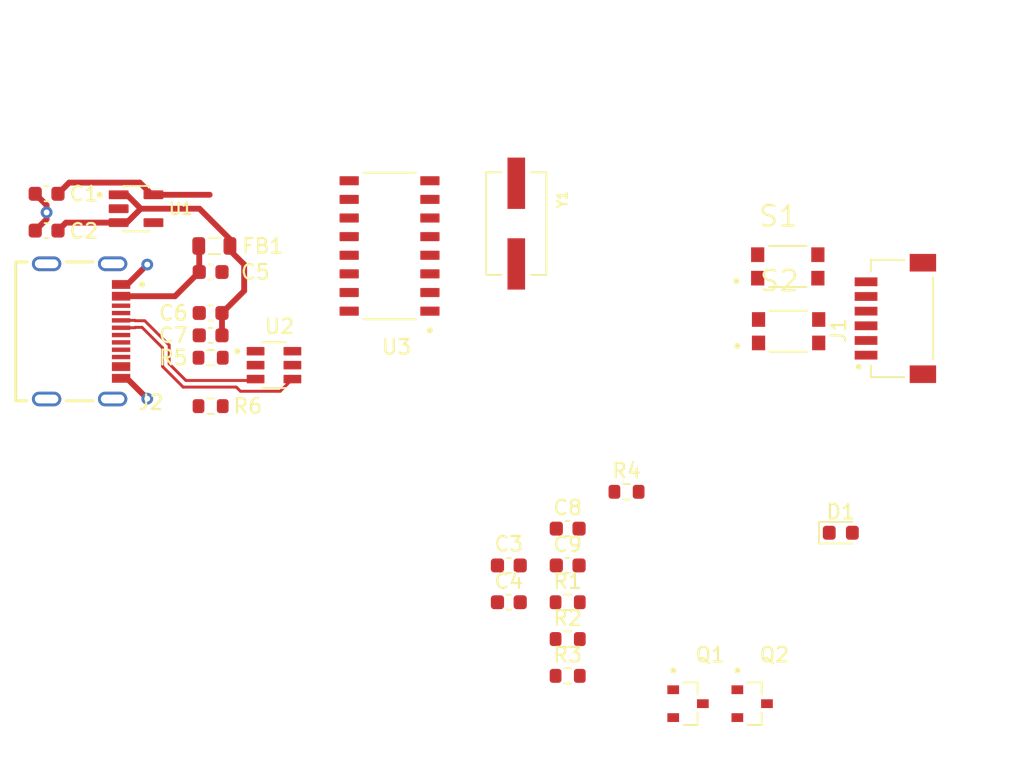
<source format=kicad_pcb>
(kicad_pcb (version 20221018) (generator pcbnew)
  (layers (0 "F.Cu" signal) (31 "B.Cu" signal) (34 "B.Paste" user) (35 "F.Paste" user) (36 "B.SilkS" user "B.Silkscreen") (37 "F.SilkS" user "F.Silkscreen") (38 "B.Mask" user) (39 "F.Mask" user) (44 "Edge.Cuts" user))
  (net 0 "")
  (net 1 "+3.3V")
  (net 2 "GND")
  (net 3 "VBUS")
  (net 4 "Net-(U3-XO)")
  (net 5 "Net-(U3-XI)")
  (net 6 "Net-(C5-Pad1)")
  (net 7 "BOOT")
  (net 8 "RST")
  (net 9 "Net-(D1-A)")
  (net 10 "Net-(J1-Pad1)")
  (net 11 "RX")
  (net 12 "TX")
  (net 13 "Net-(J1-SHIELD-PadS1)")
  (net 14 "Net-(J2-SHIELD-PadS1)")
  (net 16 "Net-(J2-CC2)")
  (net 17 "Net-(J2-CC1)")
  (net 19 "Net-(Q1-Pad1)")
  (net 20 "RTS")
  (net 21 "Net-(Q2-Pad1)")
  (net 22 "DTR")
  (net 28 "/USB_P")
  (net 29 "/USB_N")
  (footprint "SM06B-SRSS-TB_LF__SN_:JST_SM06B-SRSS-TB(LF)(SN)" (layer "F.Cu") (at 141.434 95.115 90)
    (fp_text reference "J1" (at -0.825 -1.875 90) (layer "F.SilkS"))
    (fp_text value "SM06B-SRSS-TB(LF)(SN)")
    (fp_line (start -4 0.325) (end -4 2.6) (stroke (width 0.127)) (layer "F.SilkS"))
    (fp_line (start -3.2 0.325) (end -4 0.325) (stroke (width 0.127)) (layer "F.SilkS"))
    (fp_line (start -2.8 4.575) (end 2.8 4.575) (stroke (width 0.127)) (layer "F.SilkS"))
    (fp_line (start 3.2 0.325) (end 4 0.325) (stroke (width 0.127)) (layer "F.SilkS"))
    (fp_line (start 4 0.325) (end 4 2.6) (stroke (width 0.127)) (layer "F.SilkS"))
    (fp_circle (center -3.3 -0.5) (end -3.2 -0.5) (stroke (width 0.2)) (fill none) (layer "F.SilkS"))
    (pad "1" smd rect (at -2.5 0 270) (size 0.6 1.55) (layers "F.Cu" "F.Paste" "F.Mask") (net 10 "Net-(J1-Pad1)"))
    (pad "2" smd rect (at -1.5 0 270) (size 0.6 1.55) (layers "F.Cu" "F.Paste" "F.Mask") (net 11 "RX"))
    (pad "3" smd rect (at -0.5 0 270) (size 0.6 1.55) (layers "F.Cu" "F.Paste" "F.Mask") (net 12 "TX"))
    (pad "4" smd rect (at 0.5 0 270) (size 0.6 1.55) (layers "F.Cu" "F.Paste" "F.Mask") (net 8 "RST"))
    (pad "5" smd rect (at 1.5 0 270) (size 0.6 1.55) (layers "F.Cu" "F.Paste" "F.Mask") (net 7 "BOOT"))
    (pad "6" smd rect (at 2.5 0 270) (size 0.6 1.55) (layers "F.Cu" "F.Paste" "F.Mask") (net 2 "GND"))
    (pad "S1" smd rect (at -3.8 3.875 90) (size 1.2 1.8) (layers "F.Cu" "F.Paste" "F.Mask") (net 13 "Net-(J1-SHIELD-PadS1)"))
    (pad "S2" smd rect (at 3.8 3.875 90) (size 1.2 1.8) (layers "F.Cu" "F.Paste" "F.Mask") (net 13 "Net-(J1-SHIELD-PadS1)"))
  )
  (footprint "SS8050-G:TRANS_SS8050-G" (layer "F.Cu") (at 129.304 121.379)
    (fp_text reference "Q1" (at 1.515 -3.335) (layer "F.SilkS"))
    (fp_text value "SS8050-G")
    (fp_line (start -0.29 -1.45) (end 0.65 -1.45) (stroke (width 0.127)) (layer "F.SilkS"))
    (fp_line (start 0.65 -0.62) (end 0.65 -1.45) (stroke (width 0.127)) (layer "F.SilkS"))
    (fp_line (start 0.65 1.45) (end -0.29 1.45) (stroke (width 0.127)) (layer "F.SilkS"))
    (fp_line (start 0.65 1.45) (end 0.65 0.62) (stroke (width 0.127)) (layer "F.SilkS"))
    (fp_circle (center -1.01 -2.25) (end -0.91 -2.25) (stroke (width 0.2)) (fill none) (layer "F.SilkS"))
    (pad "1" smd rect (at -1.01 -0.95) (size 0.8 0.6) (layers "F.Cu" "F.Paste" "F.Mask") (net 19 "Net-(Q1-Pad1)"))
    (pad "2" smd rect (at -1.01 0.95) (size 0.8 0.6) (layers "F.Cu" "F.Paste" "F.Mask") (net 20 "RTS"))
    (pad "3" smd rect (at 1.01 0) (size 0.8 0.6) (layers "F.Cu" "F.Paste" "F.Mask") (net 8 "RST"))
  )
  (footprint "TL6330AF200Q:SW_TL6330AF200Q" (layer "F.Cu") (at 136.1585 95.984)
    (fp_text reference "S2" (at -0.635 -3.429) (layer "F.SilkS") (effects (font (size 1.4 1.4))))
    (fp_text value "TL6330AF200Q")
    (fp_line (start -1.2865 -1.4) (end 1.2865 -1.4) (stroke (width 0.127)) (layer "F.SilkS"))
    (fp_line (start -1.2865 1.4) (end 1.2865 1.4) (stroke (width 0.127)) (layer "F.SilkS"))
    (fp_circle (center -3.5 1) (end -3.4 1) (stroke (width 0.2)) (fill none) (layer "F.SilkS"))
    (pad "1" smd rect (at -2.05 0.8) (size 0.9 1) (layers "F.Cu" "F.Paste" "F.Mask") (net 2 "GND"))
    (pad "2" smd rect (at 2.05 0.8) (size 0.9 1) (layers "F.Cu" "F.Paste" "F.Mask") (net 2 "GND"))
    (pad "3" smd rect (at -2.05 -0.8) (size 0.9 1) (layers "F.Cu" "F.Paste" "F.Mask") (net 8 "RST"))
    (pad "4" smd rect (at 2.05 -0.8) (size 0.9 1) (layers "F.Cu" "F.Paste" "F.Mask") (net 8 "RST"))
  )
  (footprint "Resistor_SMD:R_0603_1608Metric" (layer "F.Cu") (at 96.774 101.092)
    (fp_text reference "R6" (at 2.54 0) (layer "F.SilkS"))
    (fp_text value "5k1")
    (fp_line (start -0.237258 -0.5225) (end 0.237258 -0.5225) (stroke (width 0.12)) (layer "F.SilkS"))
    (fp_line (start -0.237258 0.5225) (end 0.237258 0.5225) (stroke (width 0.12)) (layer "F.SilkS"))
    (pad "1" smd roundrect (at -0.825 0) (size 0.8 0.95) (layers "F.Cu" "F.Paste" "F.Mask") (net 16 "Net-(J2-CC2)"))
    (pad "2" smd roundrect (at 0.825 0) (size 0.8 0.95) (layers "F.Cu" "F.Paste" "F.Mask") (net 2 "GND"))
  )
  (footprint "Capacitor_SMD:C_0603_1608Metric" (layer "F.Cu") (at 96.774 94.742 180)
    (fp_text reference "C6" (at 2.54 0) (layer "F.SilkS"))
    (fp_text value "100nF")
    (fp_line (start -0.14058 -0.51) (end 0.14058 -0.51) (stroke (width 0.12)) (layer "F.SilkS"))
    (fp_line (start -0.14058 0.51) (end 0.14058 0.51) (stroke (width 0.12)) (layer "F.SilkS"))
    (pad "1" smd roundrect (at -0.775 0 180) (size 0.9 0.95) (layers "F.Cu" "F.Paste" "F.Mask") (net 3 "VBUS"))
    (pad "2" smd roundrect (at 0.775 0 180) (size 0.9 0.95) (layers "F.Cu" "F.Paste" "F.Mask") (net 2 "GND"))
  )
  (footprint "Resistor_SMD:R_0603_1608Metric" (layer "F.Cu") (at 121.104 119.484)
    (fp_text reference "R3" (at 0 -1.43) (layer "F.SilkS"))
    (fp_text value "5k1")
    (fp_line (start -0.237258 -0.5225) (end 0.237258 -0.5225) (stroke (width 0.12)) (layer "F.SilkS"))
    (fp_line (start -0.237258 0.5225) (end 0.237258 0.5225) (stroke (width 0.12)) (layer "F.SilkS"))
    (pad "1" smd roundrect (at -0.825 0) (size 0.8 0.95) (layers "F.Cu" "F.Paste" "F.Mask") (net 1 "+3.3V"))
    (pad "2" smd roundrect (at 0.825 0) (size 0.8 0.95) (layers "F.Cu" "F.Paste" "F.Mask") (net 9 "Net-(D1-A)"))
  )
  (footprint "Resistor_SMD:R_0603_1608Metric" (layer "F.Cu") (at 96.774 97.79)
    (fp_text reference "R5" (at -2.54 0) (layer "F.SilkS"))
    (fp_text value "5k1")
    (fp_line (start -0.237258 -0.5225) (end 0.237258 -0.5225) (stroke (width 0.12)) (layer "F.SilkS"))
    (fp_line (start -0.237258 0.5225) (end 0.237258 0.5225) (stroke (width 0.12)) (layer "F.SilkS"))
    (pad "1" smd roundrect (at -0.825 0) (size 0.8 0.95) (layers "F.Cu" "F.Paste" "F.Mask") (net 17 "Net-(J2-CC1)"))
    (pad "2" smd roundrect (at 0.825 0) (size 0.8 0.95) (layers "F.Cu" "F.Paste" "F.Mask") (net 2 "GND"))
  )
  (footprint "CH340G:SOIC127P600X180-16N" (layer "F.Cu") (at 108.966 90.17 180)
    (fp_text reference "U3" (at -0.48 -6.885) (layer "F.SilkS"))
    (fp_text value "CH340G")
    (fp_line (start -1.775 -5) (end 1.775 -5) (stroke (width 0.127)) (layer "F.SilkS"))
    (fp_line (start -1.775 5) (end 1.775 5) (stroke (width 0.127)) (layer "F.SilkS"))
    (fp_circle (center -2.75 -5.755) (end -2.65 -5.755) (stroke (width 0.2)) (fill none) (layer "F.SilkS"))
    (pad "1" smd roundrect (at -2.75 -4.445 180) (size 1.31 0.62) (layers "F.Cu" "F.Paste" "F.Mask") (roundrect_rratio 0.08) (net 2 "GND"))
    (pad "2" smd roundrect (at -2.75 -3.175 180) (size 1.31 0.62) (layers "F.Cu" "F.Paste" "F.Mask") (roundrect_rratio 0.08) (net 12 "TX"))
    (pad "3" smd roundrect (at -2.75 -1.905 180) (size 1.31 0.62) (layers "F.Cu" "F.Paste" "F.Mask") (roundrect_rratio 0.08) (net 11 "RX"))
    (pad "4" smd roundrect (at -2.75 -0.635 180) (size 1.31 0.62) (layers "F.Cu" "F.Paste" "F.Mask") (roundrect_rratio 0.08) (net 1 "+3.3V"))
    (pad "5" smd roundrect (at -2.75 0.635 180) (size 1.31 0.62) (layers "F.Cu" "F.Paste" "F.Mask") (roundrect_rratio 0.08) (net 28 "/USB_P"))
    (pad "6" smd roundrect (at -2.75 1.905 180) (size 1.31 0.62) (layers "F.Cu" "F.Paste" "F.Mask") (roundrect_rratio 0.08) (net 29 "/USB_N"))
    (pad "7" smd roundrect (at -2.75 3.175 180) (size 1.31 0.62) (layers "F.Cu" "F.Paste" "F.Mask") (roundrect_rratio 0.08) (net 5 "Net-(U3-XI)"))
    (pad "8" smd roundrect (at -2.75 4.445 180) (size 1.31 0.62) (layers "F.Cu" "F.Paste" "F.Mask") (roundrect_rratio 0.08) (net 4 "Net-(U3-XO)"))
    (pad "9" smd roundrect (at 2.75 4.445 180) (size 1.31 0.62) (layers "F.Cu" "F.Paste" "F.Mask") (roundrect_rratio 0.08))
    (pad "10" smd roundrect (at 2.75 3.175 180) (size 1.31 0.62) (layers "F.Cu" "F.Paste" "F.Mask") (roundrect_rratio 0.08))
    (pad "11" smd roundrect (at 2.75 1.905 180) (size 1.31 0.62) (layers "F.Cu" "F.Paste" "F.Mask") (roundrect_rratio 0.08))
    (pad "12" smd roundrect (at 2.75 0.635 180) (size 1.31 0.62) (layers "F.Cu" "F.Paste" "F.Mask") (roundrect_rratio 0.08))
    (pad "13" smd roundrect (at 2.75 -0.635 180) (size 1.31 0.62) (layers "F.Cu" "F.Paste" "F.Mask") (roundrect_rratio 0.08) (net 22 "DTR"))
    (pad "14" smd roundrect (at 2.75 -1.905 180) (size 1.31 0.62) (layers "F.Cu" "F.Paste" "F.Mask") (roundrect_rratio 0.08) (net 20 "RTS"))
    (pad "15" smd roundrect (at 2.75 -3.175 180) (size 1.31 0.62) (layers "F.Cu" "F.Paste" "F.Mask") (roundrect_rratio 0.08))
    (pad "16" smd roundrect (at 2.75 -4.445 180) (size 1.31 0.62) (layers "F.Cu" "F.Paste" "F.Mask") (roundrect_rratio 0.08) (net 1 "+3.3V"))
  )
  (footprint "Capacitor_SMD:C_0603_1608Metric" (layer "F.Cu") (at 85.598 89.124 180)
    (fp_text reference "C2" (at -2.54 -0.03) (layer "F.SilkS"))
    (fp_text value "1uF")
    (fp_line (start -0.14058 -0.51) (end 0.14058 -0.51) (stroke (width 0.12)) (layer "F.SilkS"))
    (fp_line (start -0.14058 0.51) (end 0.14058 0.51) (stroke (width 0.12)) (layer "F.SilkS"))
    (pad "1" smd roundrect (at -0.775 0 180) (size 0.9 0.95) (layers "F.Cu" "F.Paste" "F.Mask") (net 3 "VBUS"))
    (pad "2" smd roundrect (at 0.775 0 180) (size 0.9 0.95) (layers "F.Cu" "F.Paste" "F.Mask") (net 2 "GND"))
  )
  (footprint "AP2112K-3.3TRG1:SOT95P285X140-5N" (layer "F.Cu") (at 91.694 87.63)
    (fp_text reference "U1" (at 3.048 0) (layer "F.SilkS") (effects (font (size 0.80263 0.80263))))
    (fp_text value "AP2112K-3.3TRG1")
    (fp_line (start -0.85 -1.55) (end -0.85 -1.45) (stroke (width 0.127)) (layer "F.SilkS"))
    (fp_line (start -0.85 1.55) (end -0.85 1.45) (stroke (width 0.127)) (layer "F.SilkS"))
    (fp_line (start 0.85 -1.55) (end -0.85 -1.55) (stroke (width 0.127)) (layer "F.SilkS"))
    (fp_line (start 0.85 -1.55) (end 0.85 -1.45) (stroke (width 0.127)) (layer "F.SilkS"))
    (fp_line (start 0.85 1.55) (end -0.85 1.55) (stroke (width 0.127)) (layer "F.SilkS"))
    (fp_line (start 0.85 1.55) (end 0.85 1.45) (stroke (width 0.127)) (layer "F.SilkS"))
    (fp_circle (center -2.469 -0.95) (end -2.369 -0.95) (stroke (width 0.2)) (fill none) (layer "F.SilkS"))
    (pad "1" smd roundrect (at -1.185 -0.95 270) (size 0.6 1.35) (layers "F.Cu" "F.Paste" "F.Mask") (roundrect_rratio 0.1) (net 3 "VBUS"))
    (pad "2" smd roundrect (at -1.185 0 270) (size 0.6 1.35) (layers "F.Cu" "F.Paste" "F.Mask") (roundrect_rratio 0.1) (net 2 "GND"))
    (pad "3" smd roundrect (at -1.185 0.95 270) (size 0.6 1.35) (layers "F.Cu" "F.Paste" "F.Mask") (roundrect_rratio 0.1) (net 3 "VBUS"))
    (pad "4" smd roundrect (at 1.185 0.95 270) (size 0.6 1.35) (layers "F.Cu" "F.Paste" "F.Mask") (roundrect_rratio 0.1))
    (pad "5" smd roundrect (at 1.185 -0.95 270) (size 0.6 1.35) (layers "F.Cu" "F.Paste" "F.Mask") (roundrect_rratio 0.1) (net 1 "+3.3V"))
  )
  (footprint "TPD2S017DBVR:SOT95P280X145-6N" (layer "F.Cu") (at 101.092 98.298)
    (fp_text reference "U2" (at 0.375 -2.635) (layer "F.SilkS"))
    (fp_text value "TPD2S017DBVR")
    (fp_line (start -0.8 1.56) (end 0.8 1.56) (stroke (width 0.127)) (layer "F.SilkS"))
    (fp_line (start 0.8 -1.56) (end -0.8 -1.56) (stroke (width 0.127)) (layer "F.SilkS"))
    (fp_circle (center -2.5 -0.95) (end -2.4 -0.95) (stroke (width 0.2)) (fill none) (layer "F.SilkS"))
    (pad "1" smd roundrect (at -1.255 -0.95) (size 1.21 0.58) (layers "F.Cu" "F.Paste" "F.Mask") (roundrect_rratio 0.07) (net 29 "/USB_N"))
    (pad "2" smd roundrect (at -1.255 0) (size 1.21 0.58) (layers "F.Cu" "F.Paste" "F.Mask") (roundrect_rratio 0.07) (net 2 "GND"))
    (pad "3" smd roundrect (at -1.255 0.95) (size 1.21 0.58) (layers "F.Cu" "F.Paste" "F.Mask") (roundrect_rratio 0.07) (net 29 "/USB_N"))
    (pad "4" smd roundrect (at 1.255 0.95) (size 1.21 0.58) (layers "F.Cu" "F.Paste" "F.Mask") (roundrect_rratio 0.07) (net 28 "/USB_P"))
    (pad "5" smd roundrect (at 1.255 0) (size 1.21 0.58) (layers "F.Cu" "F.Paste" "F.Mask") (roundrect_rratio 0.07) (net 3 "VBUS"))
    (pad "6" smd roundrect (at 1.255 -0.95) (size 1.21 0.58) (layers "F.Cu" "F.Paste" "F.Mask") (roundrect_rratio 0.07) (net 28 "/USB_P"))
  )
  (footprint "Resistor_SMD:R_0603_1608Metric" (layer "F.Cu") (at 121.104 116.974)
    (fp_text reference "R2" (at 0 -1.43) (layer "F.SilkS"))
    (fp_text value "10k")
    (fp_line (start -0.237258 -0.5225) (end 0.237258 -0.5225) (stroke (width 0.12)) (layer "F.SilkS"))
    (fp_line (start -0.237258 0.5225) (end 0.237258 0.5225) (stroke (width 0.12)) (layer "F.SilkS"))
    (pad "1" smd roundrect (at -0.825 0) (size 0.8 0.95) (layers "F.Cu" "F.Paste" "F.Mask") (net 22 "DTR"))
    (pad "2" smd roundrect (at 0.825 0) (size 0.8 0.95) (layers "F.Cu" "F.Paste" "F.Mask") (net 19 "Net-(Q1-Pad1)"))
  )
  (footprint "TL6330AF200Q:SW_TL6330AF200Q" (layer "F.Cu") (at 136.1 91.567)
    (fp_text reference "S1" (at -0.635 -3.429) (layer "F.SilkS") (effects (font (size 1.4 1.4))))
    (fp_text value "TL6330AF200Q")
    (fp_line (start -1.2865 -1.4) (end 1.2865 -1.4) (stroke (width 0.127)) (layer "F.SilkS"))
    (fp_line (start -1.2865 1.4) (end 1.2865 1.4) (stroke (width 0.127)) (layer "F.SilkS"))
    (fp_circle (center -3.5 1) (end -3.4 1) (stroke (width 0.2)) (fill none) (layer "F.SilkS"))
    (pad "1" smd rect (at -2.05 0.8) (size 0.9 1) (layers "F.Cu" "F.Paste" "F.Mask") (net 2 "GND"))
    (pad "2" smd rect (at 2.05 0.8) (size 0.9 1) (layers "F.Cu" "F.Paste" "F.Mask") (net 2 "GND"))
    (pad "3" smd rect (at -2.05 -0.8) (size 0.9 1) (layers "F.Cu" "F.Paste" "F.Mask") (net 7 "BOOT"))
    (pad "4" smd rect (at 2.05 -0.8) (size 0.9 1) (layers "F.Cu" "F.Paste" "F.Mask") (net 7 "BOOT"))
  )
  (footprint "Resistor_SMD:R_0603_1608Metric" (layer "F.Cu") (at 125.114 106.934)
    (fp_text reference "R4" (at 0 -1.43) (layer "F.SilkS"))
    (fp_text value "10k")
    (fp_line (start -0.237258 -0.5225) (end 0.237258 -0.5225) (stroke (width 0.12)) (layer "F.SilkS"))
    (fp_line (start -0.237258 0.5225) (end 0.237258 0.5225) (stroke (width 0.12)) (layer "F.SilkS"))
    (pad "1" smd roundrect (at -0.825 0) (size 0.8 0.95) (layers "F.Cu" "F.Paste" "F.Mask") (net 20 "RTS"))
    (pad "2" smd roundrect (at 0.825 0) (size 0.8 0.95) (layers "F.Cu" "F.Paste" "F.Mask") (net 21 "Net-(Q2-Pad1)"))
  )
  (footprint "Capacitor_SMD:C_0603_1608Metric" (layer "F.Cu") (at 121.104 109.444)
    (fp_text reference "C8" (at 0 -1.43) (layer "F.SilkS"))
    (fp_text value "100nF")
    (fp_line (start -0.14058 -0.51) (end 0.14058 -0.51) (stroke (width 0.12)) (layer "F.SilkS"))
    (fp_line (start -0.14058 0.51) (end 0.14058 0.51) (stroke (width 0.12)) (layer "F.SilkS"))
    (pad "1" smd roundrect (at -0.775 0) (size 0.9 0.95) (layers "F.Cu" "F.Paste" "F.Mask") (net 7 "BOOT"))
    (pad "2" smd roundrect (at 0.775 0) (size 0.9 0.95) (layers "F.Cu" "F.Paste" "F.Mask") (net 2 "GND"))
  )
  (footprint "Capacitor_SMD:C_0603_1608Metric" (layer "F.Cu") (at 121.104 111.954)
    (fp_text reference "C9" (at 0 -1.43) (layer "F.SilkS"))
    (fp_text value "100nF")
    (fp_line (start -0.14058 -0.51) (end 0.14058 -0.51) (stroke (width 0.12)) (layer "F.SilkS"))
    (fp_line (start -0.14058 0.51) (end 0.14058 0.51) (stroke (width 0.12)) (layer "F.SilkS"))
    (pad "1" smd roundrect (at -0.775 0) (size 0.9 0.95) (layers "F.Cu" "F.Paste" "F.Mask") (net 8 "RST"))
    (pad "2" smd roundrect (at 0.775 0) (size 0.9 0.95) (layers "F.Cu" "F.Paste" "F.Mask") (net 2 "GND"))
  )
  (footprint "Capacitor_SMD:C_0603_1608Metric" (layer "F.Cu") (at 96.774 91.948)
    (fp_text reference "C5" (at 3.048 0) (layer "F.SilkS"))
    (fp_text value "10nF")
    (fp_line (start -0.14058 -0.51) (end 0.14058 -0.51) (stroke (width 0.12)) (layer "F.SilkS"))
    (fp_line (start -0.14058 0.51) (end 0.14058 0.51) (stroke (width 0.12)) (layer "F.SilkS"))
    (pad "1" smd roundrect (at -0.775 0) (size 0.9 0.95) (layers "F.Cu" "F.Paste" "F.Mask") (net 6 "Net-(C5-Pad1)"))
    (pad "2" smd roundrect (at 0.775 0) (size 0.9 0.95) (layers "F.Cu" "F.Paste" "F.Mask") (net 2 "GND"))
  )
  (footprint "Capacitor_SMD:C_0603_1608Metric" (layer "F.Cu") (at 85.598 86.614 180)
    (fp_text reference "C1" (at -2.54 0) (layer "F.SilkS"))
    (fp_text value "1uF")
    (fp_line (start -0.14058 -0.51) (end 0.14058 -0.51) (stroke (width 0.12)) (layer "F.SilkS"))
    (fp_line (start -0.14058 0.51) (end 0.14058 0.51) (stroke (width 0.12)) (layer "F.SilkS"))
    (pad "1" smd roundrect (at -0.775 0 180) (size 0.9 0.95) (layers "F.Cu" "F.Paste" "F.Mask") (net 1 "+3.3V"))
    (pad "2" smd roundrect (at 0.775 0 180) (size 0.9 0.95) (layers "F.Cu" "F.Paste" "F.Mask") (net 2 "GND"))
  )
  (footprint "SS8050-G:TRANS_SS8050-G" (layer "F.Cu") (at 133.674 121.379)
    (fp_text reference "Q2" (at 1.515 -3.335) (layer "F.SilkS"))
    (fp_text value "SS8050-G")
    (fp_line (start -0.29 -1.45) (end 0.65 -1.45) (stroke (width 0.127)) (layer "F.SilkS"))
    (fp_line (start 0.65 -0.62) (end 0.65 -1.45) (stroke (width 0.127)) (layer "F.SilkS"))
    (fp_line (start 0.65 1.45) (end -0.29 1.45) (stroke (width 0.127)) (layer "F.SilkS"))
    (fp_line (start 0.65 1.45) (end 0.65 0.62) (stroke (width 0.127)) (layer "F.SilkS"))
    (fp_circle (center -1.01 -2.25) (end -0.91 -2.25) (stroke (width 0.2)) (fill none) (layer "F.SilkS"))
    (pad "1" smd rect (at -1.01 -0.95) (size 0.8 0.6) (layers "F.Cu" "F.Paste" "F.Mask") (net 21 "Net-(Q2-Pad1)"))
    (pad "2" smd rect (at -1.01 0.95) (size 0.8 0.6) (layers "F.Cu" "F.Paste" "F.Mask") (net 22 "DTR"))
    (pad "3" smd rect (at 1.01 0) (size 0.8 0.6) (layers "F.Cu" "F.Paste" "F.Mask") (net 7 "BOOT"))
  )
  (footprint "Resistor_SMD:R_0603_1608Metric" (layer "F.Cu") (at 121.104 114.464)
    (fp_text reference "R1" (at 0 -1.43) (layer "F.SilkS"))
    (fp_text value "0")
    (fp_line (start -0.237258 -0.5225) (end 0.237258 -0.5225) (stroke (width 0.12)) (layer "F.SilkS"))
    (fp_line (start -0.237258 0.5225) (end 0.237258 0.5225) (stroke (width 0.12)) (layer "F.SilkS"))
    (pad "1" smd roundrect (at -0.825 0) (size 0.8 0.95) (layers "F.Cu" "F.Paste" "F.Mask") (net 1 "+3.3V"))
    (pad "2" smd roundrect (at 0.825 0) (size 0.8 0.95) (layers "F.Cu" "F.Paste" "F.Mask") (net 10 "Net-(J1-Pad1)"))
  )
  (footprint "Capacitor_SMD:C_0603_1608Metric" (layer "F.Cu") (at 117.094 114.464)
    (fp_text reference "C4" (at 0 -1.43) (layer "F.SilkS"))
    (fp_text value "22pF")
    (fp_line (start -0.14058 -0.51) (end 0.14058 -0.51) (stroke (width 0.12)) (layer "F.SilkS"))
    (fp_line (start -0.14058 0.51) (end 0.14058 0.51) (stroke (width 0.12)) (layer "F.SilkS"))
    (pad "1" smd roundrect (at -0.775 0) (size 0.9 0.95) (layers "F.Cu" "F.Paste" "F.Mask") (net 2 "GND"))
    (pad "2" smd roundrect (at 0.775 0) (size 0.9 0.95) (layers "F.Cu" "F.Paste" "F.Mask") (net 5 "Net-(U3-XI)"))
  )
  (footprint "Diode_SMD:D_0603_1608Metric" (layer "F.Cu") (at 139.714 109.724)
    (fp_text reference "D1" (at 0 -1.43) (layer "F.SilkS"))
    (fp_text value "LED")
    (fp_line (start -1.485 -0.735) (end -1.485 0.735) (stroke (width 0.12)) (layer "F.SilkS"))
    (fp_line (start -1.485 0.735) (end 0.8 0.735) (stroke (width 0.12)) (layer "F.SilkS"))
    (fp_line (start 0.8 -0.735) (end -1.485 -0.735) (stroke (width 0.12)) (layer "F.SilkS"))
    (pad "1" smd roundrect (at -0.7875 0) (size 0.875 0.95) (layers "F.Cu" "F.Paste" "F.Mask") (net 2 "GND"))
    (pad "2" smd roundrect (at 0.7875 0) (size 0.875 0.95) (layers "F.Cu" "F.Paste" "F.Mask") (net 9 "Net-(D1-A)"))
  )
  (footprint "Capacitor_SMD:C_0603_1608Metric" (layer "F.Cu") (at 96.774 96.266 180)
    (fp_text reference "C7" (at 2.54 0) (layer "F.SilkS"))
    (fp_text value "4.7uF")
    (fp_line (start -0.14058 -0.51) (end 0.14058 -0.51) (stroke (width 0.12)) (layer "F.SilkS"))
    (fp_line (start -0.14058 0.51) (end 0.14058 0.51) (stroke (width 0.12)) (layer "F.SilkS"))
    (pad "1" smd roundrect (at -0.775 0 180) (size 0.9 0.95) (layers "F.Cu" "F.Paste" "F.Mask") (net 3 "VBUS"))
    (pad "2" smd roundrect (at 0.775 0 180) (size 0.9 0.95) (layers "F.Cu" "F.Paste" "F.Mask") (net 2 "GND"))
  )
  (footprint "USB4800-03-A_REVA:GCT_USB4800-03-A_REVA" (layer "F.Cu") (at 85.598 95.9965 -90)
    (fp_text reference "J2" (at 4.8415 -7.112 -180) (layer "F.SilkS"))
    (fp_text value "USB4800-03-A_REVA")
    (fp_line (start -4.735 -3.15) (end -4.735 -1.35) (stroke (width 0.2)) (layer "F.SilkS"))
    (fp_line (start -4.735 1.35) (end -4.735 2.1) (stroke (width 0.2)) (layer "F.SilkS"))
    (fp_line (start -4.735 2.1) (end 4.735 2.1) (stroke (width 0.2)) (layer "F.SilkS"))
    (fp_line (start 4.735 -3.15) (end 4.735 -1.35) (stroke (width 0.2)) (layer "F.SilkS"))
    (fp_line (start 4.735 2.1) (end 4.735 1.35) (stroke (width 0.2)) (layer "F.SilkS"))
    (fp_circle (center -3.2 -6.5) (end -3.1 -6.5) (stroke (width 0.2)) (fill none) (layer "F.SilkS"))
    (pad "" np_thru_hole circle (at -3.3 -3.94 270) (size 0.8 0.8) (drill 0.8) (layers "*.Cu" "*.Mask"))
    (pad "" np_thru_hole circle (at 3.3 -3.94 270) (size 0.8 0.8) (drill 0.8) (layers "*.Cu" "*.Mask"))
    (pad "A1_B12" smd rect (at -3.2 -5.075 270) (size 0.6 1.25) (layers "F.Cu" "F.Paste" "F.Mask") (net 2 "GND"))
    (pad "A4_B9" smd rect (at -2.4 -5.075 270) (size 0.6 1.25) (layers "F.Cu" "F.Paste" "F.Mask") (net 6 "Net-(C5-Pad1)"))
    (pad "A5" smd rect (at -1.25 -5.075 270) (size 0.3 1.25) (layers "F.Cu" "F.Paste" "F.Mask") (net 17 "Net-(J2-CC1)"))
    (pad "A6" smd rect (at -0.25 -5.075 270) (size 0.3 1.25) (layers "F.Cu" "F.Paste" "F.Mask") (net 28 "/USB_P"))
    (pad "A7" smd rect (at 0.25 -5.075 270) (size 0.3 1.25) (layers "F.Cu" "F.Paste" "F.Mask") (net 29 "/USB_N"))
    (pad "A8" smd rect (at 1.25 -5.075 270) (size 0.3 1.25) (layers "F.Cu" "F.Paste" "F.Mask"))
    (pad "B1_A12" smd rect (at 3.2 -5.075 270) (size 0.6 1.25) (layers "F.Cu" "F.Paste" "F.Mask") (net 2 "GND"))
    (pad "B4_A9" smd rect (at 2.4 -5.075 270) (size 0.6 1.25) (layers "F.Cu" "F.Paste" "F.Mask") (net 6 "Net-(C5-Pad1)"))
    (pad "B5" smd rect (at 1.75 -5.075 270) (size 0.3 1.25) (layers "F.Cu" "F.Paste" "F.Mask") (net 16 "Net-(J2-CC2)"))
    (pad "B6" smd rect (at 0.75 -5.075 270) (size 0.3 1.25) (layers "F.Cu" "F.Paste" "F.Mask") (net 28 "/USB_P"))
    (pad "B7" smd rect (at -0.75 -5.075 270) (size 0.3 1.25) (layers "F.Cu" "F.Paste" "F.Mask") (net 29 "/USB_N"))
    (pad "B8" smd rect (at -1.75 -5.075 270) (size 0.3 1.25) (layers "F.Cu" "F.Paste" "F.Mask"))
    (pad "S1" thru_hole oval (at -4.61 0 270) (size 1 2) (drill oval 0.6 1.6) (layers "*.Cu" "*.Mask") (net 14 "Net-(J2-SHIELD-PadS1)"))
    (pad "S2" thru_hole oval (at 4.61 0 270) (size 1 2) (drill oval 0.6 1.6) (layers "*.Cu" "*.Mask") (net 14 "Net-(J2-SHIELD-PadS1)"))
    (pad "S3" thru_hole oval (at -4.61 -4.5 270) (size 1 2) (drill oval 0.6 1.6) (layers "*.Cu" "*.Mask") (net 14 "Net-(J2-SHIELD-PadS1)"))
    (pad "S4" thru_hole oval (at 4.61 -4.5 270) (size 1 2) (drill oval 0.6 1.6) (layers "*.Cu" "*.Mask") (net 14 "Net-(J2-SHIELD-PadS1)"))
  )
  (footprint "Inductor_SMD:L_0805_2012Metric" (layer "F.Cu") (at 97.028 90.17)
    (fp_text reference "FB1" (at 3.302 0) (layer "F.SilkS"))
    (fp_text value "f_bead")
    (fp_line (start -0.399622 -0.56) (end 0.399622 -0.56) (stroke (width 0.12)) (layer "F.SilkS"))
    (fp_line (start -0.399622 0.56) (end 0.399622 0.56) (stroke (width 0.12)) (layer "F.SilkS"))
    (pad "1" smd roundrect (at -1.0625 0) (size 0.875 1.2) (layers "F.Cu" "F.Paste" "F.Mask") (net 6 "Net-(C5-Pad1)"))
    (pad "2" smd roundrect (at 1.0625 0) (size 0.875 1.2) (layers "F.Cu" "F.Paste" "F.Mask") (net 3 "VBUS"))
  )
  (footprint "Capacitor_SMD:C_0603_1608Metric" (layer "F.Cu") (at 117.094 111.954)
    (fp_text reference "C3" (at 0 -1.464) (layer "F.SilkS"))
    (fp_text value "22pF")
    (fp_line (start -0.14058 -0.51) (end 0.14058 -0.51) (stroke (width 0.12)) (layer "F.SilkS"))
    (fp_line (start -0.14058 0.51) (end 0.14058 0.51) (stroke (width 0.12)) (layer "F.SilkS"))
    (pad "1" smd roundrect (at -0.775 0) (size 0.9 0.95) (layers "F.Cu" "F.Paste" "F.Mask") (net 2 "GND"))
    (pad "2" smd roundrect (at 0.775 0) (size 0.9 0.95) (layers "F.Cu" "F.Paste" "F.Mask") (net 4 "Net-(U3-XO)"))
  )
  (footprint "ECS-120-20-3X-EN-TR:XTAL_ECS-120-20-3X-EN-TR" (layer "F.Cu") (at 117.602 88.646 -90)
    (fp_text reference "Y1" (at -1.647675 -3.140397 90) (layer "F.SilkS") (effects (font (size 0.641428 0.641428))))
    (fp_text value "ECS-120-20-3X-EN-TR")
    (fp_line (start -3.5 -2.05) (end 3.5 -2.05) (stroke (width 0.127)) (layer "F.SilkS"))
    (fp_line (start -3.5 -1.01) (end -3.5 -2.05) (stroke (width 0.127)) (layer "F.SilkS"))
    (fp_line (start -3.5 2.05) (end -3.5 1.01) (stroke (width 0.127)) (layer "F.SilkS"))
    (fp_line (start 3.5 -2.05) (end 3.5 -1.01) (stroke (width 0.127)) (layer "F.SilkS"))
    (fp_line (start 3.5 1.01) (end 3.5 2.05) (stroke (width 0.127)) (layer "F.SilkS"))
    (fp_line (start 3.5 2.05) (end -3.5 2.05) (stroke (width 0.127)) (layer "F.SilkS"))
    (pad "1" smd rect (at -2.75 0 270) (size 3.5 1.2) (layers "F.Cu" "F.Paste" "F.Mask") (net 4 "Net-(U3-XO)"))
    (pad "2" smd rect (at 2.75 0 270) (size 3.5 1.2) (layers "F.Cu" "F.Paste" "F.Mask") (net 5 "Net-(U3-XI)"))
  )
  (segment (start 91.948 85.852) (end 87.135 85.852) (width 0.4) (layer "F.Cu") (net 1))
  (segment (start 92.879 86.68) (end 96.708 86.68) (width 0.4) (layer "F.Cu") (net 1))
  (segment (start 87.135 85.852) (end 86.373 86.614) (width 0.4) (layer "F.Cu") (net 1))
  (segment (start 92.776 86.68) (end 91.948 85.852) (width 0.4) (layer "F.Cu") (net 1))
  (segment (start 92.879 86.68) (end 92.776 86.68) (width 0.4) (layer "F.Cu") (net 1))
  (segment (start 85.598 87.884) (end 85.598 88.349) (width 0.4) (layer "F.Cu") (net 2))
  (segment (start 85.598 87.884) (end 85.598 87.389) (width 0.4) (layer "F.Cu") (net 2))
  (segment (start 91.0685 99.1965) (end 92.456 100.584) (width 0.4) (layer "F.Cu") (net 2))
  (segment (start 90.673 99.1965) (end 91.0685 99.1965) (width 0.4) (layer "F.Cu") (net 2))
  (segment (start 90.673 92.7965) (end 91.0995 92.7965) (width 0.4) (layer "F.Cu") (net 2))
  (segment (start 85.598 88.349) (end 84.823 89.124) (width 0.4) (layer "F.Cu") (net 2))
  (segment (start 85.598 87.389) (end 84.823 86.614) (width 0.4) (layer "F.Cu") (net 2))
  (segment (start 91.0995 92.7965) (end 92.456 91.44) (width 0.4) (layer "F.Cu") (net 2))
  (via (at 92.456 91.44) (size 0.8) (drill 0.4) (layers "F.Cu" "B.Cu") (net 2))
  (via (at 92.456 100.584) (size 0.8) (drill 0.4) (layers "F.Cu" "B.Cu") (net 2))
  (via (at 85.598 87.884) (size 0.8) (drill 0.4) (layers "F.Cu" "B.Cu") (net 2))
  (segment (start 98.0905 89.7085) (end 96.012 87.63) (width 0.4) (layer "F.Cu") (net 3))
  (segment (start 92.014538 87.63) (end 91.064538 88.58) (width 0.4) (layer "F.Cu") (net 3))
  (segment (start 98.0905 90.17) (end 98.0905 89.7085) (width 0.4) (layer "F.Cu") (net 3))
  (segment (start 97.549 94.742) (end 97.549 96.266) (width 0.4) (layer "F.Cu") (net 3))
  (segment (start 86.917 88.58) (end 86.373 89.124) (width 0.4) (layer "F.Cu") (net 3))
  (segment (start 90.509 88.58) (end 86.917 88.58) (width 0.4) (layer "F.Cu") (net 3))
  (segment (start 91.064538 86.68) (end 90.509 86.68) (width 0.4) (layer "F.Cu") (net 3))
  (segment (start 98.0905 90.17) (end 98.0905 90.4705) (width 0.4) (layer "F.Cu") (net 3))
  (segment (start 98.0905 90.4705) (end 99.06 91.44) (width 0.4) (layer "F.Cu") (net 3))
  (segment (start 92.014538 87.63) (end 91.064538 86.68) (width 0.4) (layer "F.Cu") (net 3))
  (segment (start 96.012 87.63) (end 92.014538 87.63) (width 0.4) (layer "F.Cu") (net 3))
  (segment (start 99.06 91.44) (end 99.06 93.231) (width 0.4) (layer "F.Cu") (net 3))
  (segment (start 91.064538 88.58) (end 90.509 88.58) (width 0.4) (layer "F.Cu") (net 3))
  (segment (start 99.06 93.231) (end 97.549 94.742) (width 0.4) (layer "F.Cu") (net 3))
  (segment (start 94.3505 93.5965) (end 95.999 91.948) (width 0.4) (layer "F.Cu") (net 6))
  (segment (start 90.673 93.5965) (end 94.3505 93.5965) (width 0.4) (layer "F.Cu") (net 6))
  (segment (start 95.999 90.2035) (end 95.9655 90.17) (width 0.4) (layer "F.Cu") (net 6))
  (segment (start 95.999 91.948) (end 95.999 90.2035) (width 0.4) (layer "F.Cu") (net 6))
  (segment (start 111.6839 89.5671) (end 111.716 89.535) (width 0.2) (layer "F.Cu") (net 28))
  (segment (start 93.501 98.3912) (end 94.9028 99.793) (width 0.2) (layer "F.Cu") (net 28))
  (segment (start 91.635501 95.7215) (end 92.1013 95.7215) (width 0.2) (layer "F.Cu") (net 28))
  (segment (start 98.523 99.793) (end 98.806 100.076) (width 0.2) (layer "F.Cu") (net 28))
  (segment (start 90.673 95.7465) (end 91.610501 95.7465) (width 0.2) (layer "F.Cu") (net 28))
  (segment (start 92.1013 95.7215) (end 93.501 97.1212) (width 0.2) (layer "F.Cu") (net 28))
  (segment (start 101.519 100.076) (end 102.347 99.248) (width 0.2) (layer "F.Cu") (net 28))
  (segment (start 102.413 97.282) (end 102.347 97.348) (width 0.2) (layer "F.Cu") (net 28))
  (segment (start 94.9028 99.793) (end 98.523 99.793) (width 0.2) (layer "F.Cu") (net 28))
  (segment (start 98.806 100.076) (end 101.519 100.076) (width 0.2) (layer "F.Cu") (net 28))
  (segment (start 93.501 97.1212) (end 93.501 98.3912) (width 0.2) (layer "F.Cu") (net 28))
  (segment (start 91.610501 95.7465) (end 91.635501 95.7215) (width 0.2) (layer "F.Cu") (net 28))
  (segment (start 91.635501 95.2715) (end 92.2877 95.2715) (width 0.2) (layer "F.Cu") (net 29))
  (segment (start 93.951 96.9348) (end 93.951 98.2048) (width 0.2) (layer "F.Cu") (net 29))
  (segment (start 95.0892 99.343) (end 99.742 99.343) (width 0.2) (layer "F.Cu") (net 29))
  (segment (start 90.673 95.2465) (end 91.610501 95.2465) (width 0.2) (layer "F.Cu") (net 29))
  (segment (start 91.610501 95.2465) (end 91.635501 95.2715) (width 0.2) (layer "F.Cu") (net 29))
  (segment (start 92.2877 95.2715) (end 93.951 96.9348) (width 0.2) (layer "F.Cu") (net 29))
  (segment (start 93.951 98.2048) (end 95.0892 99.343) (width 0.2) (layer "F.Cu") (net 29))
  (segment (start 99.742 99.343) (end 99.837 99.248) (width 0.2) (layer "F.Cu") (net 29))
)
</source>
